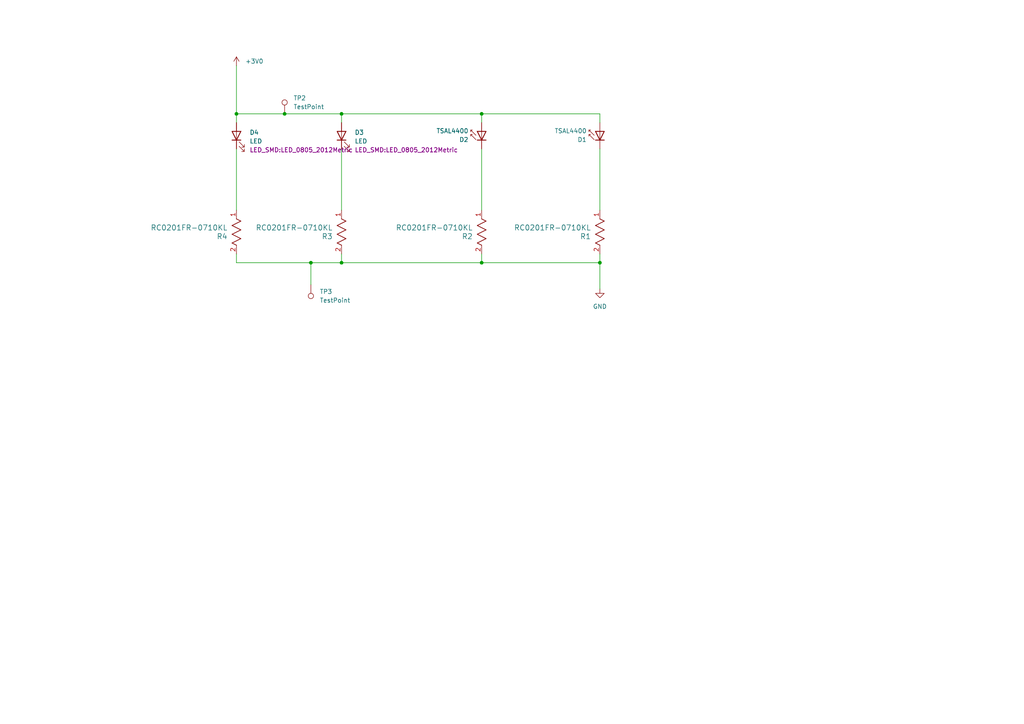
<source format=kicad_sch>
(kicad_sch (version 20230121) (generator eeschema)
  (paper "A4")
  (lib_symbols
    (symbol "2024-11-15_04-36-21:RC0201FR-0710KL" (pin_names (offset 0.254))
      (property "Reference" "R" (at 5.715 3.81 0))
      (property "Value" "RC0201FR-0710KL" (at 6.35 -3.81 0))
      (symbol "RC0201FR-0710KL_1_1"
        (polyline (pts (xy 2.54 0) (xy 3.175 1.27)) (stroke (width 0.2032)))
        (polyline (pts (xy 3.175 1.27) (xy 4.445 -1.27)) (stroke (width 0.2032)))
        (polyline (pts (xy 4.445 -1.27) (xy 5.715 1.27)) (stroke (width 0.2032)))
        (polyline (pts (xy 5.715 1.27) (xy 6.985 -1.27)) (stroke (width 0.2032)))
        (polyline (pts (xy 6.985 -1.27) (xy 8.255 1.27)) (stroke (width 0.2032)))
        (polyline (pts (xy 8.255 1.27) (xy 9.525 -1.27)) (stroke (width 0.2032)))
        (polyline (pts (xy 9.525 -1.27) (xy 10.16 0)) (stroke (width 0.2032)))
        (pin unspecified line (at 0 0 0) (length 2.54) (name "") (number "1"))
        (pin unspecified line (at 12.7 0 180) (length 2.54) (name "") (number "2"))
      )
    )
    (symbol "Connector:TestPoint" (pin_numbers hide) (pin_names (offset 0.762) hide)
      (property "Reference" "TP" (at 0 6.858 0))
      (property "Value" "TestPoint" (at 0 5.08 0))
      (symbol "TestPoint_0_1"
        (circle (center 0 3.302) (radius 0.762))
      )
      (symbol "TestPoint_1_1"
        (pin passive line (at 0 0 90) (length 2.54) (name "1") (number "1"))
      )
    )
    (symbol "Device:LED" (pin_numbers hide) (pin_names (offset 1.016) hide)
      (property "Reference" "D" (at 0 2.54 0))
      (property "Value" "LED" (at 0 -2.54 0))
      (symbol "LED_0_1"
        (polyline (pts (xy -1.27 -1.27) (xy -1.27 1.27)) (stroke (width 0.254)))
        (polyline (pts (xy -1.27 0) (xy 1.27 0)))
        (polyline (pts (xy 1.27 -1.27) (xy 1.27 1.27) (xy -1.27 0) (xy 1.27 -1.27)) (stroke (width 0.254)))
        (polyline (pts (xy -3.048 -0.762) (xy -4.572 -2.286) (xy -3.81 -2.286) (xy -4.572 -2.286) (xy -4.572 -1.524)))
        (polyline (pts (xy -1.778 -0.762) (xy -3.302 -2.286) (xy -2.54 -2.286) (xy -3.302 -2.286) (xy -3.302 -1.524)))
      )
      (symbol "LED_1_1"
        (pin passive line (at -3.81 0 0) (length 2.54) (name "K") (number "1"))
        (pin passive line (at 3.81 0 180) (length 2.54) (name "A") (number "2"))
      )
    )
    (symbol "LED:TSAL4400" (pin_numbers hide) (pin_names (offset 1.016) hide)
      (property "Reference" "D" (at 0.508 1.778 0))
      (property "Value" "TSAL4400" (at -1.016 -2.794 0))
      (symbol "TSAL4400_0_1"
        (polyline (pts (xy -2.54 1.27) (xy -2.54 -1.27)) (stroke (width 0.254)))
        (polyline (pts (xy 0 0) (xy -2.54 0)))
        (polyline (pts (xy 0.381 3.175) (xy -0.127 3.175)))
        (polyline (pts (xy -1.143 1.651) (xy 0.381 3.175) (xy 0.381 2.667)))
        (polyline (pts (xy 0 1.27) (xy -2.54 0) (xy 0 -1.27) (xy 0 1.27)) (stroke (width 0.254)))
        (polyline (pts (xy -2.413 1.651) (xy -0.889 3.175) (xy -0.889 2.667) (xy -0.889 3.175) (xy -1.397 3.175)))
      )
      (symbol "TSAL4400_1_1"
        (pin passive line (at -5.08 0 0) (length 2.54) (name "K") (number "1"))
        (pin passive line (at 2.54 0 180) (length 2.54) (name "A") (number "2"))
      )
    )
    (symbol "power:+3V0" (power) (pin_names (offset 0))
      (property "Value" "+3V0" (at 0 3.556 0))
      (symbol "+3V0_0_1"
        (polyline (pts (xy -0.762 1.27) (xy 0 2.54)))
        (polyline (pts (xy 0 0) (xy 0 2.54)))
        (polyline (pts (xy 0 2.54) (xy 0.762 1.27)))
      )
      (symbol "+3V0_1_1"
        (pin power_in line (at 0 0 90) (length 0) hide (name "+3V0") (number "1"))
      )
    )
    (symbol "power:GND" (power) (pin_names (offset 0))
      (property "Value" "GND" (at 0 -3.81 0))
      (symbol "GND_0_1"
        (polyline (pts (xy 0 0) (xy 0 -1.27) (xy 1.27 -1.27) (xy 0 -2.54) (xy -1.27 -1.27) (xy 0 -1.27)))
      )
      (symbol "GND_1_1"
        (pin power_in line (at 0 0 270) (length 0) hide (name "GND") (number "1"))
      )
    )
  )
  (junction (at 68.58 33.02))
  (junction (at 139.7 76.2))
  (junction (at 99.06 76.2))
  (junction (at 99.06 33.02))
  (junction (at 139.7 33.02))
  (junction (at 173.99 76.2))
  (junction (at 82.55 33.02))
  (junction (at 90.17 76.2))
  (wire (pts (xy 99.06 43.18) (xy 99.06 60.96)))
  (wire (pts (xy 90.17 76.2) (xy 99.06 76.2)))
  (wire (pts (xy 173.99 76.2) (xy 173.99 73.66)))
  (wire (pts (xy 68.58 43.18) (xy 68.58 60.96)))
  (wire (pts (xy 173.99 33.02) (xy 173.99 35.56)))
  (wire (pts (xy 99.06 76.2) (xy 139.7 76.2)))
  (wire (pts (xy 139.7 60.96) (xy 139.7 43.18)))
  (wire (pts (xy 173.99 76.2) (xy 173.99 83.82)))
  (wire (pts (xy 68.58 73.66) (xy 68.58 76.2)))
  (wire (pts (xy 139.7 35.56) (xy 139.7 33.02)))
  (wire (pts (xy 99.06 33.02) (xy 139.7 33.02)))
  (wire (pts (xy 139.7 76.2) (xy 139.7 73.66)))
  (wire (pts (xy 139.7 76.2) (xy 173.99 76.2)))
  (wire (pts (xy 68.58 35.56) (xy 68.58 33.02)))
  (wire (pts (xy 68.58 76.2) (xy 90.17 76.2)))
  (wire (pts (xy 99.06 35.56) (xy 99.06 33.02)))
  (wire (pts (xy 139.7 33.02) (xy 173.99 33.02)))
  (wire (pts (xy 173.99 60.96) (xy 173.99 43.18)))
  (wire (pts (xy 99.06 76.2) (xy 99.06 73.66)))
  (wire (pts (xy 68.58 33.02) (xy 82.55 33.02)))
  (wire (pts (xy 68.58 19.05) (xy 68.58 33.02)))
  (wire (pts (xy 90.17 82.55) (xy 90.17 76.2)))
  (wire (pts (xy 82.55 33.02) (xy 99.06 33.02)))
  (symbol (lib_id "2024-11-15_04-36-21:RC0201FR-0710KL") (at 173.99 60.96 270) (unit 1)
    (property "Reference" "R1" (at 171.45 68.58 90) (effects (font (size 1.524 1.524)) (justify right)))
    (property "Value" "RC0201FR-0710KL" (at 171.45 66.04 90) (effects (font (size 1.524 1.524)) (justify right)))
    (property "Footprint" "Resistor_THT:R_Axial_DIN0309_L9.0mm_D3.2mm_P5.08mm_Vertical" (effects hide))
    (property "Datasheet" "RC0201FR-0710KL" (effects hide))
  )
  (symbol (lib_id "Connector:TestPoint") (at 82.55 33.02 0) (unit 1)
    (property "Reference" "TP2" (at 85.09 28.448 0) (effects (justify left)))
    (property "Value" "TestPoint" (at 85.09 30.988 0) (effects (justify left)))
    (property "Footprint" "Connector_Wire:SolderWire-0.1sqmm_1x01_D0.4mm_OD1mm" (effects hide))
  )
  (symbol (lib_id "2024-11-15_04-36-21:RC0201FR-0710KL") (at 68.58 60.96 270) (unit 1)
    (property "Reference" "R4" (at 66.04 68.58 90) (effects (font (size 1.524 1.524)) (justify right)))
    (property "Value" "RC0201FR-0710KL" (at 66.04 66.04 90) (effects (font (size 1.524 1.524)) (justify right)))
    (property "Footprint" "Resistor_THT:R_Axial_DIN0309_L9.0mm_D3.2mm_P5.08mm_Vertical" (effects hide))
    (property "Datasheet" "RC0201FR-0710KL" (effects hide))
  )
  (symbol (lib_id "power:GND") (at 173.99 83.82 0) (unit 1)
    (property "Reference" "#PWR02" (effects hide))
    (property "Value" "GND" (at 173.99 88.9 0))
  )
  (symbol (lib_id "2024-11-15_04-36-21:RC0201FR-0710KL") (at 139.7 60.96 270) (unit 1)
    (property "Reference" "R2" (at 137.16 68.58 90) (effects (font (size 1.524 1.524)) (justify right)))
    (property "Value" "RC0201FR-0710KL" (at 137.16 66.04 90) (effects (font (size 1.524 1.524)) (justify right)))
    (property "Footprint" "Resistor_THT:R_Axial_DIN0309_L9.0mm_D3.2mm_P5.08mm_Vertical" (effects hide))
    (property "Datasheet" "RC0201FR-0710KL" (effects hide))
  )
  (symbol (lib_id "Connector:TestPoint") (at 90.17 82.55 180) (unit 1)
    (property "Reference" "TP3" (at 92.71 84.582 0) (effects (justify right)))
    (property "Value" "TestPoint" (at 92.71 87.122 0) (effects (justify right)))
    (property "Footprint" "Connector_Wire:SolderWire-0.1sqmm_1x01_D0.4mm_OD1mm" (effects hide))
  )
  (symbol (lib_id "LED:TSAL4400") (at 139.7 38.1 90) (unit 1)
    (property "Reference" "D2" (at 135.89 40.513 90) (effects (justify left)))
    (property "Value" "TSAL4400" (at 135.89 37.973 90) (effects (justify left)))
    (property "Footprint" "LED_THT:LED_D3.0mm_IRBlack" (effects hide))
    (property "Datasheet" "http://www.vishay.com/docs/81006/tsal4400.pdf" (effects hide))
  )
  (symbol (lib_id "LED:TSAL4400") (at 173.99 38.1 90) (unit 1)
    (property "Reference" "D1" (at 170.18 40.513 90) (effects (justify left)))
    (property "Value" "TSAL4400" (at 170.18 37.973 90) (effects (justify left)))
    (property "Footprint" "LED_THT:LED_D3.0mm_IRBlack" (effects hide))
    (property "Datasheet" "http://www.vishay.com/docs/81006/tsal4400.pdf" (effects hide))
  )
  (symbol (lib_id "Device:LED") (at 68.58 39.37 90) (unit 1)
    (property "Reference" "D4" (at 72.39 38.4175 90) (effects (justify right)))
    (property "Value" "LED" (at 72.39 40.9575 90) (effects (justify right)))
    (property "Footprint" "LED_SMD:LED_0805_2012Metric" (at 72.39 43.4975 90) (effects (justify right)))
  )
  (symbol (lib_id "power:+3V0") (at 68.58 19.05 0) (unit 1)
    (property "Reference" "#PWR01" (effects hide))
    (property "Value" "+3V0" (at 71.12 17.78 0) (effects (justify left)))
  )
  (symbol (lib_id "Device:LED") (at 99.06 39.37 90) (unit 1)
    (property "Reference" "D3" (at 102.87 38.4175 90) (effects (justify right)))
    (property "Value" "LED" (at 102.87 40.9575 90) (effects (justify right)))
    (property "Footprint" "LED_SMD:LED_0805_2012Metric" (at 102.87 43.4975 90) (effects (justify right)))
  )
  (symbol (lib_id "2024-11-15_04-36-21:RC0201FR-0710KL") (at 99.06 60.96 270) (unit 1)
    (property "Reference" "R3" (at 96.52 68.58 90) (effects (font (size 1.524 1.524)) (justify right)))
    (property "Value" "RC0201FR-0710KL" (at 96.52 66.04 90) (effects (font (size 1.524 1.524)) (justify right)))
    (property "Footprint" "Resistor_THT:R_Axial_DIN0309_L9.0mm_D3.2mm_P5.08mm_Vertical" (effects hide))
    (property "Datasheet" "RC0201FR-0710KL" (effects hide))
  )
)
</source>
